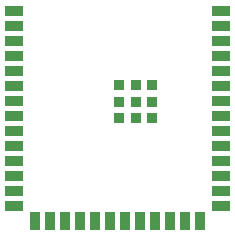
<source format=gbr>
%TF.GenerationSoftware,Flux,Pcbnew,7.0.11-7.0.11~ubuntu20.04.1*%
%TF.CreationDate,2024-08-16T08:07:52+00:00*%
%TF.ProjectId,input,696e7075-742e-46b6-9963-61645f706362,rev?*%
%TF.SameCoordinates,Original*%
%TF.FileFunction,Paste,Bot*%
%TF.FilePolarity,Positive*%
%FSLAX46Y46*%
G04 Gerber Fmt 4.6, Leading zero omitted, Abs format (unit mm)*
G04 Filename: betterflipperzero*
G04 Build it with Flux! Visit our site at: https://www.flux.ai (PCBNEW 7.0.11-7.0.11~ubuntu20.04.1) date 2024-08-16 08:07:52*
%MOMM*%
%LPD*%
G01*
G04 APERTURE LIST*
G04 Aperture macros list*
%AMFreePoly0*
4,1,5,0.750000,-0.450000,-0.750000,-0.450000,-0.750000,0.450000,0.750000,0.450000,0.750000,-0.450000,0.750000,-0.450000,$1*%
%AMFreePoly1*
4,1,5,0.450000,-0.450000,-0.450000,-0.450000,-0.450000,0.450000,0.450000,0.450000,0.450000,-0.450000,0.450000,-0.450000,$1*%
%AMFreePoly2*
4,1,5,0.450000,-0.750000,-0.450000,-0.750000,-0.450000,0.750000,0.450000,0.750000,0.450000,-0.750000,0.450000,-0.750000,$1*%
G04 Aperture macros list end*
%ADD10FreePoly0,0.000000*%
%ADD11FreePoly1,0.000000*%
%ADD12FreePoly2,0.000000*%
G04 APERTURE END LIST*
D10*
%TO.C,*%
X18914300Y-13829200D03*
X18914300Y-17639200D03*
D11*
X27764300Y-18879200D03*
X27764300Y-21679200D03*
D12*
X30839300Y-30319200D03*
D10*
X18914300Y-15099200D03*
X18914300Y-18909200D03*
X18914300Y-26529200D03*
D12*
X28299300Y-30319200D03*
D11*
X30564300Y-21679200D03*
D10*
X36414300Y-20179200D03*
D12*
X32109300Y-30319200D03*
D10*
X36414300Y-27799200D03*
X18914300Y-27799200D03*
X18914300Y-25259200D03*
X36414300Y-13829200D03*
X18914300Y-21449200D03*
D12*
X21949300Y-30319200D03*
D10*
X18914300Y-16369200D03*
X36414300Y-23989200D03*
X18914300Y-29069200D03*
X36414300Y-29069200D03*
D12*
X33379300Y-30319200D03*
X23219300Y-30319200D03*
D11*
X30564300Y-20279200D03*
D10*
X36414300Y-16369200D03*
D12*
X29569300Y-30319200D03*
D10*
X36414300Y-15099200D03*
D12*
X20679300Y-30319200D03*
D10*
X36414300Y-21449200D03*
X36414300Y-22719200D03*
X18914300Y-20179200D03*
D11*
X27764300Y-20279200D03*
D10*
X36414300Y-25259200D03*
X18914300Y-22719200D03*
X36414300Y-26529200D03*
X36414300Y-18909200D03*
D12*
X27029300Y-30319200D03*
D11*
X29164300Y-21679200D03*
D10*
X18914300Y-12559200D03*
D11*
X29164300Y-20279200D03*
D12*
X25759300Y-30319200D03*
D10*
X36414300Y-17639200D03*
X36414300Y-12559200D03*
D12*
X24489300Y-30319200D03*
D11*
X29164300Y-18879200D03*
D12*
X34649300Y-30319200D03*
D11*
X30564300Y-18879200D03*
D10*
X18914300Y-23989200D03*
%TD*%
M02*

</source>
